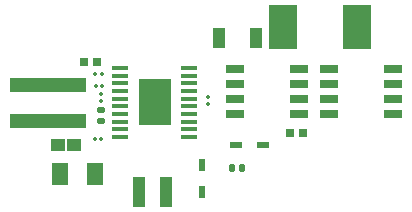
<source format=gbr>
%TF.GenerationSoftware,KiCad,Pcbnew,8.0.8*%
%TF.CreationDate,2025-02-16T12:35:09+01:00*%
%TF.ProjectId,step-down,73746570-2d64-46f7-976e-2e6b69636164,rev?*%
%TF.SameCoordinates,Original*%
%TF.FileFunction,Paste,Top*%
%TF.FilePolarity,Positive*%
%FSLAX46Y46*%
G04 Gerber Fmt 4.6, Leading zero omitted, Abs format (unit mm)*
G04 Created by KiCad (PCBNEW 8.0.8) date 2025-02-16 12:35:09*
%MOMM*%
%LPD*%
G01*
G04 APERTURE LIST*
G04 Aperture macros list*
%AMRoundRect*
0 Rectangle with rounded corners*
0 $1 Rounding radius*
0 $2 $3 $4 $5 $6 $7 $8 $9 X,Y pos of 4 corners*
0 Add a 4 corners polygon primitive as box body*
4,1,4,$2,$3,$4,$5,$6,$7,$8,$9,$2,$3,0*
0 Add four circle primitives for the rounded corners*
1,1,$1+$1,$2,$3*
1,1,$1+$1,$4,$5*
1,1,$1+$1,$6,$7*
1,1,$1+$1,$8,$9*
0 Add four rect primitives between the rounded corners*
20,1,$1+$1,$2,$3,$4,$5,0*
20,1,$1+$1,$4,$5,$6,$7,0*
20,1,$1+$1,$6,$7,$8,$9,0*
20,1,$1+$1,$8,$9,$2,$3,0*%
G04 Aperture macros list end*
%ADD10RoundRect,0.067500X-0.067500X-0.067500X0.067500X-0.067500X0.067500X0.067500X-0.067500X0.067500X0*%
%ADD11R,6.520000X1.290000*%
%ADD12RoundRect,0.067500X-0.067500X0.067500X-0.067500X-0.067500X0.067500X-0.067500X0.067500X0.067500X0*%
%ADD13R,0.705600X0.660400*%
%ADD14R,1.020000X2.540000*%
%ADD15R,1.525000X0.700000*%
%ADD16R,1.050000X0.550000*%
%ADD17RoundRect,0.067500X0.067500X-0.067500X0.067500X0.067500X-0.067500X0.067500X-0.067500X-0.067500X0*%
%ADD18R,1.112000X1.803400*%
%ADD19R,0.550000X1.050000*%
%ADD20R,2.400000X3.750000*%
%ADD21R,1.340600X1.905000*%
%ADD22R,1.450000X0.450000*%
%ADD23R,2.740000X3.860000*%
%ADD24RoundRect,0.143100X0.126900X0.156900X-0.126900X0.156900X-0.126900X-0.156900X0.126900X-0.156900X0*%
%ADD25R,1.188200X1.041400*%
%ADD26RoundRect,0.140000X0.170000X-0.140000X0.170000X0.140000X-0.170000X0.140000X-0.170000X-0.140000X0*%
G04 APERTURE END LIST*
D10*
%TO.C,R2*%
X131975000Y-99000000D03*
X132525000Y-99000000D03*
%TD*%
D11*
%TO.C,R4*%
X128000000Y-103015000D03*
X128000000Y-99985000D03*
%TD*%
D12*
%TO.C,R3*%
X141500000Y-100975000D03*
X141500000Y-101525000D03*
%TD*%
D13*
%TO.C,C5*%
X148431300Y-104000000D03*
X149568700Y-104000000D03*
%TD*%
D14*
%TO.C,L1*%
X138000000Y-109000000D03*
X135710000Y-109000000D03*
%TD*%
D15*
%TO.C,M2*%
X143788000Y-98595000D03*
X143788000Y-99865000D03*
X143788000Y-101135000D03*
X143788000Y-102405000D03*
X149212000Y-102405000D03*
X149212000Y-101135000D03*
X149212000Y-99865000D03*
X149212000Y-98595000D03*
%TD*%
D10*
%TO.C,R6*%
X132000000Y-100000000D03*
X132550000Y-100000000D03*
%TD*%
D15*
%TO.C,M1*%
X151788000Y-98595000D03*
X151788000Y-99865000D03*
X151788000Y-101135000D03*
X151788000Y-102405000D03*
X157212000Y-102405000D03*
X157212000Y-101135000D03*
X157212000Y-99865000D03*
X157212000Y-98595000D03*
%TD*%
D10*
%TO.C,R1*%
X131950000Y-104500000D03*
X132500000Y-104500000D03*
%TD*%
D16*
%TO.C,D1*%
X146150000Y-105000000D03*
X143850000Y-105000000D03*
%TD*%
D17*
%TO.C,R5*%
X132500000Y-101275000D03*
X132500000Y-100725000D03*
%TD*%
D18*
%TO.C,Cin1*%
X142453400Y-96000000D03*
X145546600Y-96000000D03*
%TD*%
D19*
%TO.C,D2*%
X141000000Y-109000000D03*
X141000000Y-106700000D03*
%TD*%
D20*
%TO.C,Cout1*%
X154100000Y-95000000D03*
X147900000Y-95000000D03*
%TD*%
D21*
%TO.C,C3*%
X131983100Y-107500000D03*
X129016900Y-107500000D03*
%TD*%
D22*
%TO.C,IC1*%
X134075000Y-98499100D03*
X134075000Y-99149100D03*
X134075000Y-99799100D03*
X134075000Y-100449100D03*
X134075000Y-101099100D03*
X134075000Y-101749100D03*
X134075000Y-102399100D03*
X134075000Y-103049100D03*
X134075000Y-103699100D03*
X134075000Y-104349100D03*
X139925000Y-104349100D03*
X139925000Y-103699100D03*
X139925000Y-103049100D03*
X139925000Y-102399100D03*
X139925000Y-101749100D03*
X139925000Y-101099100D03*
X139925000Y-100449100D03*
X139925000Y-99799100D03*
X139925000Y-99149100D03*
X139925000Y-98499100D03*
D23*
X137000000Y-101424100D03*
%TD*%
D24*
%TO.C,C_INTVCC1*%
X144430000Y-107000000D03*
X143570000Y-107000000D03*
%TD*%
D25*
%TO.C,C1*%
X128817000Y-105000000D03*
X130183000Y-105000000D03*
%TD*%
D13*
%TO.C,C2*%
X131000000Y-98000000D03*
X132137400Y-98000000D03*
%TD*%
D26*
%TO.C,C4*%
X132500000Y-103000000D03*
X132500000Y-102040000D03*
%TD*%
M02*

</source>
